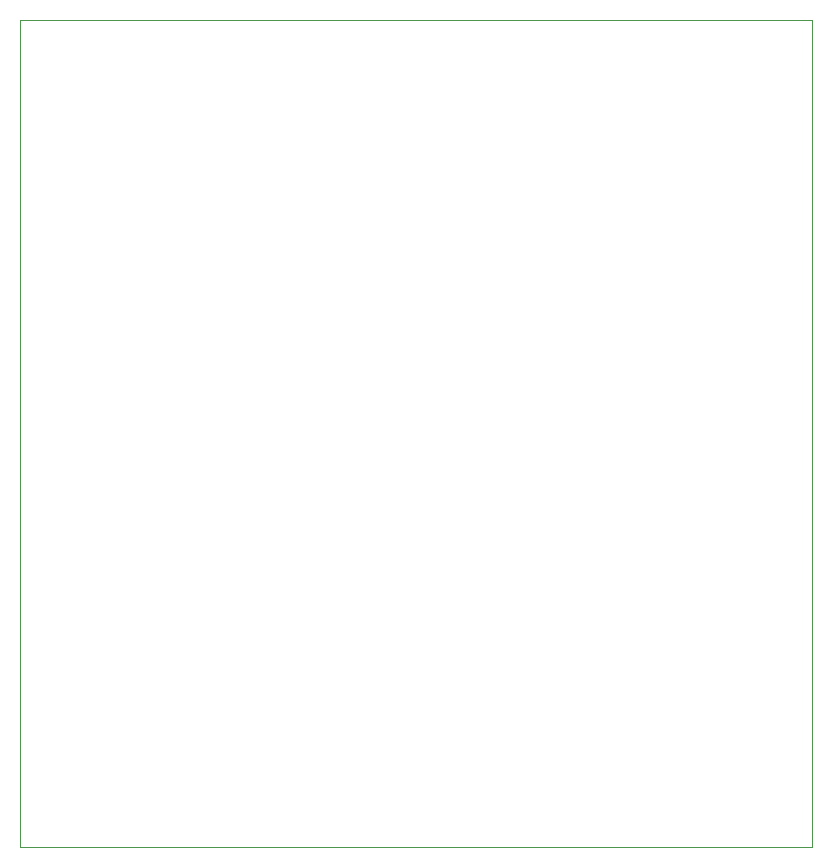
<source format=gbr>
G04 Layer_Color=0*
%FSLAX26Y26*%
%MOIN*%
%TF.FileFunction,Profile,NP*%
%TF.Part,Single*%
G01*
G75*
%TA.AperFunction,Profile*%
%ADD82C,0.001000*%
D82*
X-149740Y-499999D02*
X2490000Y-501000D01*
X2490000Y2255528D01*
X-148740Y2255433D01*
X-149740Y-499999D01*
%TF.MD5,c4e382392d3c0624f23a7c42a696a306*%
M02*

</source>
